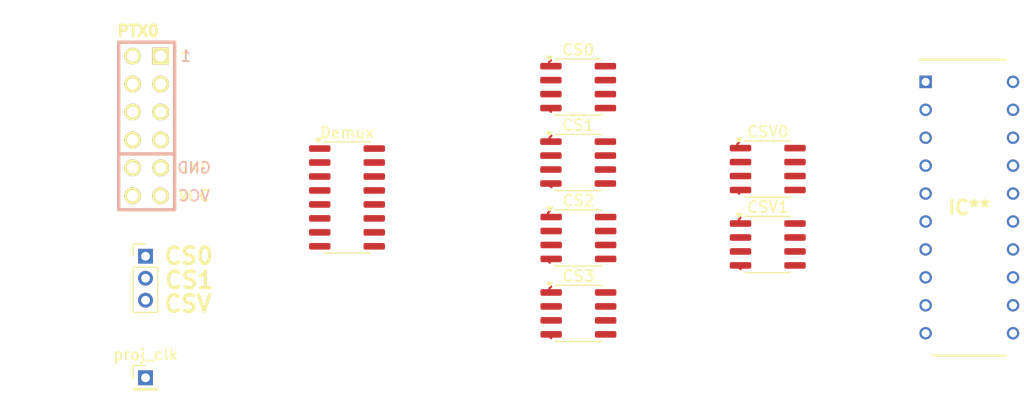
<source format=kicad_pcb>
(kicad_pcb (version 20241229) (generator "pcbnew") (generator_version "9.0")
  (layers (0 "F.Cu" signal) (4 "In1.Cu" power) (6 "In2.Cu" power) (2 "B.Cu" signal) (13 "F.Paste" user) (15 "B.Paste" user) (5 "F.SilkS" user "F.Silkscreen") (7 "B.SilkS" user "B.Silkscreen") (1 "F.Mask" user) (3 "B.Mask" user) (25 "Edge.Cuts" user))
  (net 0 "")
  (footprint "Package_SO:SOIC-8_3.9x4.9mm_P1.27mm" (layer "F.Cu") (at 54.22 30.188636)
    (property "Reference" "CS2" (at 0 -3.4 0) (layer "F.SilkS"))
    (property "Value" "SOIC-8_3.9x4.9mm_P1.27mm" (hide yes))
    (fp_line (start -2.06 -2.56) (end 2.06 -2.56) (stroke (width 0.12)) (layer "F.SilkS"))
    (fp_line (start -2.06 -2.465) (end -2.06 -2.56) (stroke (width 0.12)) (layer "F.SilkS"))
    (fp_line (start -2.06 2.56) (end -2.06 2.465) (stroke (width 0.12)) (layer "F.SilkS"))
    (fp_line (start 2.06 -2.56) (end 2.06 -2.465) (stroke (width 0.12)) (layer "F.SilkS"))
    (fp_line (start 2.06 2.465) (end 2.06 2.56) (stroke (width 0.12)) (layer "F.SilkS"))
    (fp_line (start 2.06 2.56) (end -2.06 2.56) (stroke (width 0.12)) (layer "F.SilkS"))
    (fp_poly (pts (xy -2.6 -2.47) (xy -2.84 -2.8) (xy -2.36 -2.8)) (stroke (width 0.12)) (fill yes) (layer "F.SilkS"))
    (pad "1" smd roundrect (at -2.475 -1.905) (size 1.95 0.6) (layers "F.Cu" "F.Mask" "F.Paste"))
    (pad "2" smd roundrect (at -2.475 -0.635) (size 1.95 0.6) (layers "F.Cu" "F.Mask" "F.Paste"))
    (pad "3" smd roundrect (at -2.475 0.635) (size 1.95 0.6) (layers "F.Cu" "F.Mask" "F.Paste"))
    (pad "4" smd roundrect (at -2.475 1.905) (size 1.95 0.6) (layers "F.Cu" "F.Mask" "F.Paste"))
    (pad "5" smd roundrect (at 2.475 1.905) (size 1.95 0.6) (layers "F.Cu" "F.Mask" "F.Paste"))
    (pad "6" smd roundrect (at 2.475 0.635) (size 1.95 0.6) (layers "F.Cu" "F.Mask" "F.Paste"))
    (pad "7" smd roundrect (at 2.475 -0.635) (size 1.95 0.6) (layers "F.Cu" "F.Mask" "F.Paste"))
    (pad "8" smd roundrect (at 2.475 -1.905) (size 1.95 0.6) (layers "F.Cu" "F.Mask" "F.Paste"))
  )
  (footprint "Package_SO:SOIC-8_3.9x4.9mm_P1.27mm" (layer "F.Cu") (at 54.195 23.328864)
    (property "Reference" "CS1" (at 0 -3.4 0) (layer "F.SilkS"))
    (property "Value" "SOIC-8_3.9x4.9mm_P1.27mm" (hide yes))
    (fp_line (start -2.06 -2.56) (end 2.06 -2.56) (stroke (width 0.12)) (layer "F.SilkS"))
    (fp_line (start -2.06 -2.465) (end -2.06 -2.56) (stroke (width 0.12)) (layer "F.SilkS"))
    (fp_line (start -2.06 2.56) (end -2.06 2.465) (stroke (width 0.12)) (layer "F.SilkS"))
    (fp_line (start 2.06 -2.56) (end 2.06 -2.465) (stroke (width 0.12)) (layer "F.SilkS"))
    (fp_line (start 2.06 2.465) (end 2.06 2.56) (stroke (width 0.12)) (layer "F.SilkS"))
    (fp_line (start 2.06 2.56) (end -2.06 2.56) (stroke (width 0.12)) (layer "F.SilkS"))
    (fp_poly (pts (xy -2.6 -2.47) (xy -2.84 -2.8) (xy -2.36 -2.8)) (stroke (width 0.12)) (fill yes) (layer "F.SilkS"))
    (pad "1" smd roundrect (at -2.475 -1.905) (size 1.95 0.6) (layers "F.Cu" "F.Mask" "F.Paste"))
    (pad "2" smd roundrect (at -2.475 -0.635) (size 1.95 0.6) (layers "F.Cu" "F.Mask" "F.Paste"))
    (pad "3" smd roundrect (at -2.475 0.635) (size 1.95 0.6) (layers "F.Cu" "F.Mask" "F.Paste"))
    (pad "4" smd roundrect (at -2.475 1.905) (size 1.95 0.6) (layers "F.Cu" "F.Mask" "F.Paste"))
    (pad "5" smd roundrect (at 2.475 1.905) (size 1.95 0.6) (layers "F.Cu" "F.Mask" "F.Paste"))
    (pad "6" smd roundrect (at 2.475 0.635) (size 1.95 0.6) (layers "F.Cu" "F.Mask" "F.Paste"))
    (pad "7" smd roundrect (at 2.475 -0.635) (size 1.95 0.6) (layers "F.Cu" "F.Mask" "F.Paste"))
    (pad "8" smd roundrect (at 2.475 -1.905) (size 1.95 0.6) (layers "F.Cu" "F.Mask" "F.Paste"))
  )
  (footprint "pmod-conn_6x2:pmod_pin_array_6x2" (layer "F.Cu") (at 15 20)
    (property "Reference" "PTX0" (at -0.762 -8.636 0) (layer "F.SilkS") (effects (font (size 1.016 1.016) (thickness 0.254))))
    (property "Value" "PMOD-CONN_6X2" (hide yes))
    (fp_line (start -2.54 -7.62) (end -2.54 7.62) (stroke (width 0.3048)) (layer "F.SilkS"))
    (fp_line (start -2.54 7.62) (end 2.54 7.62) (stroke (width 0.3048)) (layer "F.SilkS"))
    (fp_line (start 2.54 -7.62) (end -2.54 -7.62) (stroke (width 0.3048)) (layer "F.SilkS"))
    (fp_line (start 2.54 2.54) (end -2.54 2.54) (stroke (width 0.3048)) (layer "F.SilkS"))
    (fp_line (start 2.54 7.62) (end 2.54 -7.62) (stroke (width 0.3048)) (layer "F.SilkS"))
    (fp_line (start -2.54 -7.62) (end -2.54 7.62) (stroke (width 0.3048)) (layer "B.SilkS"))
    (fp_line (start -2.54 7.62) (end 2.54 7.62) (stroke (width 0.3048)) (layer "B.SilkS"))
    (fp_line (start 2.54 -7.62) (end -2.54 -7.62) (stroke (width 0.3048)) (layer "B.SilkS"))
    (fp_line (start 2.54 2.54) (end -2.54 2.54) (stroke (width 0.3048)) (layer "B.SilkS"))
    (fp_line (start 2.54 7.62) (end 2.54 -7.62) (stroke (width 0.3048)) (layer "B.SilkS"))
    (fp_text user "VCC" (at 4.318 6.35 0) (layer "F.SilkS"))
    (fp_text user "1" (at 3.556 -6.35 0) (layer "F.SilkS"))
    (fp_text user "GND" (at 4.318 3.81 0) (layer "F.SilkS"))
    (fp_text user "GND" (at 4.318 3.81 0) (layer "B.SilkS") (effects (justify mirror)))
    (fp_text user "1" (at 3.556 -6.35 0) (layer "B.SilkS") (effects (justify mirror)))
    (fp_text user "VCC" (at 4.318 6.35 0) (layer "B.SilkS") (effects (justify mirror)))
    (pad "1" thru_hole rect (at 1.27 -6.35) (size 1.524 1.524) (drill 1.016) (layers "*.Cu" "*.Mask" "F.SilkS"))
    (pad "2" thru_hole circle (at 1.27 -3.81 270) (size 1.524 1.524) (drill 1.016) (layers "*.Cu" "*.Mask" "F.SilkS"))
    (pad "3" thru_hole circle (at 1.27 -1.27 270) (size 1.524 1.524) (drill 1.016) (layers "*.Cu" "*.Mask" "F.SilkS"))
    (pad "4" thru_hole circle (at 1.27 1.27 270) (size 1.524 1.524) (drill 1.016) (layers "*.Cu" "*.Mask" "F.SilkS"))
    (pad "5" thru_hole circle (at 1.27 3.81 270) (size 1.524 1.524) (drill 1.016) (layers "*.Cu" "*.Mask" "F.SilkS"))
    (pad "6" thru_hole circle (at 1.27 6.35 270) (size 1.524 1.524) (drill 1.016) (layers "*.Cu" "*.Mask" "F.SilkS"))
    (pad "7" thru_hole circle (at -1.27 -6.35 270) (size 1.524 1.524) (drill 1.016) (layers "*.Cu" "*.Mask" "F.SilkS"))
    (pad "8" thru_hole circle (at -1.27 -3.81 270) (size 1.524 1.524) (drill 1.016) (layers "*.Cu" "*.Mask" "F.SilkS"))
    (pad "9" thru_hole circle (at -1.27 -1.27 270) (size 1.524 1.524) (drill 1.016) (layers "*.Cu" "*.Mask" "F.SilkS"))
    (pad "10" thru_hole circle (at -1.27 1.27 270) (size 1.524 1.524) (drill 1.016) (layers "*.Cu" "*.Mask" "F.SilkS"))
    (pad "11" thru_hole circle (at -1.27 3.81 270) (size 1.524 1.524) (drill 1.016) (layers "*.Cu" "*.Mask" "F.SilkS"))
    (pad "12" thru_hole circle (at -1.27 6.35 270) (size 1.524 1.524) (drill 1.016) (layers "*.Cu" "*.Mask" "F.SilkS"))
  )
  (footprint "Package_SO:SOIC-8_3.9x4.9mm_P1.27mm" (layer "F.Cu") (at 71.42 30.778864)
    (property "Reference" "CSV1" (at 0 -3.4 0) (layer "F.SilkS"))
    (property "Value" "SOIC-8_3.9x4.9mm_P1.27mm" (hide yes))
    (fp_line (start -2.06 -2.56) (end 2.06 -2.56) (stroke (width 0.12)) (layer "F.SilkS"))
    (fp_line (start -2.06 -2.465) (end -2.06 -2.56) (stroke (width 0.12)) (layer "F.SilkS"))
    (fp_line (start -2.06 2.56) (end -2.06 2.465) (stroke (width 0.12)) (layer "F.SilkS"))
    (fp_line (start 2.06 -2.56) (end 2.06 -2.465) (stroke (width 0.12)) (layer "F.SilkS"))
    (fp_line (start 2.06 2.465) (end 2.06 2.56) (stroke (width 0.12)) (layer "F.SilkS"))
    (fp_line (start 2.06 2.56) (end -2.06 2.56) (stroke (width 0.12)) (layer "F.SilkS"))
    (fp_poly (pts (xy -2.6 -2.47) (xy -2.84 -2.8) (xy -2.36 -2.8)) (stroke (width 0.12)) (fill yes) (layer "F.SilkS"))
    (pad "1" smd roundrect (at -2.475 -1.905) (size 1.95 0.6) (layers "F.Cu" "F.Mask" "F.Paste"))
    (pad "2" smd roundrect (at -2.475 -0.635) (size 1.95 0.6) (layers "F.Cu" "F.Mask" "F.Paste"))
    (pad "3" smd roundrect (at -2.475 0.635) (size 1.95 0.6) (layers "F.Cu" "F.Mask" "F.Paste"))
    (pad "4" smd roundrect (at -2.475 1.905) (size 1.95 0.6) (layers "F.Cu" "F.Mask" "F.Paste"))
    (pad "5" smd roundrect (at 2.475 1.905) (size 1.95 0.6) (layers "F.Cu" "F.Mask" "F.Paste"))
    (pad "6" smd roundrect (at 2.475 0.635) (size 1.95 0.6) (layers "F.Cu" "F.Mask" "F.Paste"))
    (pad "7" smd roundrect (at 2.475 -0.635) (size 1.95 0.6) (layers "F.Cu" "F.Mask" "F.Paste"))
    (pad "8" smd roundrect (at 2.475 -1.905) (size 1.95 0.6) (layers "F.Cu" "F.Mask" "F.Paste"))
  )
  (footprint "ff-dtype-TI-SN74HC273NE4:DIP794W53P254L2540H508Q20N" (layer "F.Cu") (at 89.73 27.42)
    (property "Reference" "IC**" (at 0 0 0) (layer "F.SilkS") (effects (font (size 1.27 1.27) (thickness 0.254))))
    (property "Value" "DIP794W53P254L2540H508Q20N" (hide yes))
    (fp_line (start -4.535 -13.46) (end 3.3 -13.46) (stroke (width 0.2)) (layer "F.SilkS"))
    (fp_line (start -3.3 13.46) (end 3.3 13.46) (stroke (width 0.2)) (layer "F.SilkS"))
    (pad "1" thru_hole rect (at -3.97 -11.43) (size 1.13 1.13) (drill 0.73) (layers "*.Cu" "*.Mask"))
    (pad "2" thru_hole circle (at -3.97 -8.89) (size 1.13 1.13) (drill 0.73) (layers "*.Cu" "*.Mask"))
    (pad "3" thru_hole circle (at -3.97 -6.35) (size 1.13 1.13) (drill 0.73) (layers "*.Cu" "*.Mask"))
    (pad "4" thru_hole circle (at -3.97 -3.81) (size 1.13 1.13) (drill 0.73) (layers "*.Cu" "*.Mask"))
    (pad "5" thru_hole circle (at -3.97 -1.27) (size 1.13 1.13) (drill 0.73) (layers "*.Cu" "*.Mask"))
    (pad "6" thru_hole circle (at -3.97 1.27) (size 1.13 1.13) (drill 0.73) (layers "*.Cu" "*.Mask"))
    (pad "7" thru_hole circle (at -3.97 3.81) (size 1.13 1.13) (drill 0.73) (layers "*.Cu" "*.Mask"))
    (pad "8" thru_hole circle (at -3.97 6.35) (size 1.13 1.13) (drill 0.73) (layers "*.Cu" "*.Mask"))
    (pad "9" thru_hole circle (at -3.97 8.89) (size 1.13 1.13) (drill 0.73) (layers "*.Cu" "*.Mask"))
    (pad "10" thru_hole circle (at -3.97 11.43) (size 1.13 1.13) (drill 0.73) (layers "*.Cu" "*.Mask"))
    (pad "11" thru_hole circle (at 3.97 11.43) (size 1.13 1.13) (drill 0.73) (layers "*.Cu" "*.Mask"))
    (pad "12" thru_hole circle (at 3.97 8.89) (size 1.13 1.13) (drill 0.73) (layers "*.Cu" "*.Mask"))
    (pad "13" thru_hole circle (at 3.97 6.35) (size 1.13 1.13) (drill 0.73) (layers "*.Cu" "*.Mask"))
    (pad "14" thru_hole circle (at 3.97 3.81) (size 1.13 1.13) (drill 0.73) (layers "*.Cu" "*.Mask"))
    (pad "15" thru_hole circle (at 3.97 1.27) (size 1.13 1.13) (drill 0.73) (layers "*.Cu" "*.Mask"))
    (pad "16" thru_hole circle (at 3.97 -1.27) (size 1.13 1.13) (drill 0.73) (layers "*.Cu" "*.Mask"))
    (pad "17" thru_hole circle (at 3.97 -3.81) (size 1.13 1.13) (drill 0.73) (layers "*.Cu" "*.Mask"))
    (pad "18" thru_hole circle (at 3.97 -6.35) (size 1.13 1.13) (drill 0.73) (layers "*.Cu" "*.Mask"))
    (pad "19" thru_hole circle (at 3.97 -8.89) (size 1.13 1.13) (drill 0.73) (layers "*.Cu" "*.Mask"))
    (pad "20" thru_hole circle (at 3.97 -11.43) (size 1.13 1.13) (drill 0.73) (layers "*.Cu" "*.Mask"))
  )
  (footprint "footprints:SOIC-16_3.9x9.9mm_P1.27mm" (layer "F.Cu") (at 33.2 26.5)
    (property "Reference" "Demux" (at 0 -5.9 0) (layer "F.SilkS"))
    (property "Value" "SOIC-16_3.9x9.9mm_P1.27mm" (hide yes))
    (fp_line (start -2.06 -5.06) (end 2.06 -5.06) (stroke (width 0.12)) (layer "F.SilkS"))
    (fp_line (start -2.06 -5.005) (end -2.06 -5.06) (stroke (width 0.12)) (layer "F.SilkS"))
    (fp_line (start -2.06 5.06) (end -2.06 5.005) (stroke (width 0.12)) (layer "F.SilkS"))
    (fp_line (start 2.06 -5.06) (end 2.06 -5.005) (stroke (width 0.12)) (layer "F.SilkS"))
    (fp_line (start 2.06 5.005) (end 2.06 5.06) (stroke (width 0.12)) (layer "F.SilkS"))
    (fp_line (start 2.06 5.06) (end -2.06 5.06) (stroke (width 0.12)) (layer "F.SilkS"))
    (fp_poly (pts (xy -2.6 -5.01) (xy -2.84 -5.34) (xy -2.36 -5.34)) (stroke (width 0.12)) (fill yes) (layer "F.SilkS"))
    (pad "1" smd roundrect (at -2.475 -4.445) (size 1.95 0.6) (layers "F.Cu" "F.Mask" "F.Paste"))
    (pad "2" smd roundrect (at -2.475 -3.175) (size 1.95 0.6) (layers "F.Cu" "F.Mask" "F.Paste"))
    (pad "3" smd roundrect (at -2.475 -1.905) (size 1.95 0.6) (layers "F.Cu" "F.Mask" "F.Paste"))
    (pad "4" smd roundrect (at -2.475 -0.635) (size 1.95 0.6) (layers "F.Cu" "F.Mask" "F.Paste"))
    (pad "5" smd roundrect (at -2.475 0.635) (size 1.95 0.6) (layers "F.Cu" "F.Mask" "F.Paste"))
    (pad "6" smd roundrect (at -2.475 1.905) (size 1.95 0.6) (layers "F.Cu" "F.Mask" "F.Paste"))
    (pad "7" smd roundrect (at -2.475 3.175) (size 1.95 0.6) (layers "F.Cu" "F.Mask" "F.Paste"))
    (pad "8" smd roundrect (at -2.475 4.445) (size 1.95 0.6) (layers "F.Cu" "F.Mask" "F.Paste"))
    (pad "9" smd roundrect (at 2.475 4.445) (size 1.95 0.6) (layers "F.Cu" "F.Mask" "F.Paste"))
    (pad "10" smd roundrect (at 2.475 3.175) (size 1.95 0.6) (layers "F.Cu" "F.Mask" "F.Paste"))
    (pad "11" smd roundrect (at 2.475 1.905) (size 1.95 0.6) (layers "F.Cu" "F.Mask" "F.Paste"))
    (pad "12" smd roundrect (at 2.475 0.635) (size 1.95 0.6) (layers "F.Cu" "F.Mask" "F.Paste"))
    (pad "13" smd roundrect (at 2.475 -0.635) (size 1.95 0.6) (layers "F.Cu" "F.Mask" "F.Paste"))
    (pad "14" smd roundrect (at 2.475 -1.905) (size 1.95 0.6) (layers "F.Cu" "F.Mask" "F.Paste"))
    (pad "15" smd roundrect (at 2.475 -3.175) (size 1.95 0.6) (layers "F.Cu" "F.Mask" "F.Paste"))
    (pad "16" smd roundrect (at 2.475 -4.445) (size 1.95 0.6) (layers "F.Cu" "F.Mask" "F.Paste"))
  )
  (footprint "Connector_PinHeader_2.00mm:PinHeader_1x03_P2.00mm_Vertical" (layer "F.Cu") (at 14.9 31.85)
    (property "Reference" "chip_sel" (hide yes))
    (property "Value" "PinHeader_1x03_P2.00mm_Vertical")
    (fp_line (start -1.11 -1.11) (end 0 -1.11) (stroke (width 0.12)) (layer "F.SilkS"))
    (fp_line (start -1.11 0) (end -1.11 -1.11) (stroke (width 0.12)) (layer "F.SilkS"))
    (fp_line (start -1.11 1) (end -1.11 5.11) (stroke (width 0.12)) (layer "F.SilkS"))
    (fp_line (start -1.11 1) (end 1.11 1) (stroke (width 0.12)) (layer "F.SilkS"))
    (fp_line (start -1.11 5.11) (end 1.11 5.11) (stroke (width 0.12)) (layer "F.SilkS"))
    (fp_line (start 1.11 1) (end 1.11 5.11) (stroke (width 0.12)) (layer "F.SilkS"))
    (pad "1" thru_hole rect (at 0 0) (size 1.35 1.35) (drill 0.8) (layers "*.Cu" "*.Mask"))
    (pad "2" thru_hole circle (at 0 2) (size 1.35 1.35) (drill 0.8) (layers "*.Cu" "*.Mask"))
    (pad "3" thru_hole circle (at 0 4) (size 1.35 1.35) (drill 0.8) (layers "*.Cu" "*.Mask"))
  )
  (footprint "Package_SO:SOIC-8_3.9x4.9mm_P1.27mm" (layer "F.Cu") (at 54.195 16.469091)
    (property "Reference" "CS0" (at 0 -3.4 0) (layer "F.SilkS"))
    (property "Value" "SOIC-8_3.9x4.9mm_P1.27mm" (hide yes))
    (fp_line (start -2.06 -2.56) (end 2.06 -2.56) (stroke (width 0.12)) (layer "F.SilkS"))
    (fp_line (start -2.06 -2.465) (end -2.06 -2.56) (stroke (width 0.12)) (layer "F.SilkS"))
    (fp_line (start -2.06 2.56) (end -2.06 2.465) (stroke (width 0.12)) (layer "F.SilkS"))
    (fp_line (start 2.06 -2.56) (end 2.06 -2.465) (stroke (width 0.12)) (layer "F.SilkS"))
    (fp_line (start 2.06 2.465) (end 2.06 2.56) (stroke (width 0.12)) (layer "F.SilkS"))
    (fp_line (start 2.06 2.56) (end -2.06 2.56) (stroke (width 0.12)) (layer "F.SilkS"))
    (fp_poly (pts (xy -2.6 -2.47) (xy -2.84 -2.8) (xy -2.36 -2.8)) (stroke (width 0.12)) (fill yes) (layer "F.SilkS"))
    (pad "1" smd roundrect (at -2.475 -1.905) (size 1.95 0.6) (layers "F.Cu" "F.Mask" "F.Paste"))
    (pad "2" smd roundrect (at -2.475 -0.635) (size 1.95 0.6) (layers "F.Cu" "F.Mask" "F.Paste"))
    (pad "3" smd roundrect (at -2.475 0.635) (size 1.95 0.6) (layers "F.Cu" "F.Mask" "F.Paste"))
    (pad "4" smd roundrect (at -2.475 1.905) (size 1.95 0.6) (layers "F.Cu" "F.Mask" "F.Paste"))
    (pad "5" smd roundrect (at 2.475 1.905) (size 1.95 0.6) (layers "F.Cu" "F.Mask" "F.Paste"))
    (pad "6" smd roundrect (at 2.475 0.635) (size 1.95 0.6) (layers "F.Cu" "F.Mask" "F.Paste"))
    (pad "7" smd roundrect (at 2.475 -0.635) (size 1.95 0.6) (layers "F.Cu" "F.Mask" "F.Paste"))
    (pad "8" smd roundrect (at 2.475 -1.905) (size 1.95 0.6) (layers "F.Cu" "F.Mask" "F.Paste"))
  )
  (footprint "Package_SO:SOIC-8_3.9x4.9mm_P1.27mm" (layer "F.Cu") (at 71.42 23.919091)
    (property "Reference" "CSV0" (at 0 -3.4 0) (layer "F.SilkS"))
    (property "Value" "SOIC-8_3.9x4.9mm_P1.27mm" (hide yes))
    (fp_line (start -2.06 -2.56) (end 2.06 -2.56) (stroke (width 0.12)) (layer "F.SilkS"))
    (fp_line (start -2.06 -2.465) (end -2.06 -2.56) (stroke (width 0.12)) (layer "F.SilkS"))
    (fp_line (start -2.06 2.56) (end -2.06 2.465) (stroke (width 0.12)) (layer "F.SilkS"))
    (fp_line (start 2.06 -2.56) (end 2.06 -2.465) (stroke (width 0.12)) (layer "F.SilkS"))
    (fp_line (start 2.06 2.465) (end 2.06 2.56) (stroke (width 0.12)) (layer "F.SilkS"))
    (fp_line (start 2.06 2.56) (end -2.06 2.56) (stroke (width 0.12)) (layer "F.SilkS"))
    (fp_poly (pts (xy -2.6 -2.47) (xy -2.84 -2.8) (xy -2.36 -2.8)) (stroke (width 0.12)) (fill yes) (layer "F.SilkS"))
    (pad "1" smd roundrect (at -2.475 -1.905) (size 1.95 0.6) (layers "F.Cu" "F.Mask" "F.Paste"))
    (pad "2" smd roundrect (at -2.475 -0.635) (size 1.95 0.6) (layers "F.Cu" "F.Mask" "F.Paste"))
    (pad "3" smd roundrect (at -2.475 0.635) (size 1.95 0.6) (layers "F.Cu" "F.Mask" "F.Paste"))
    (pad "4" smd roundrect (at -2.475 1.905) (size 1.95 0.6) (layers "F.Cu" "F.Mask" "F.Paste"))
    (pad "5" smd roundrect (at 2.475 1.905) (size 1.95 0.6) (layers "F.Cu" "F.Mask" "F.Paste"))
    (pad "6" smd roundrect (at 2.475 0.635) (size 1.95 0.6) (layers "F.Cu" "F.Mask" "F.Paste"))
    (pad "7" smd roundrect (at 2.475 -0.635) (size 1.95 0.6) (layers "F.Cu" "F.Mask" "F.Paste"))
    (pad "8" smd roundrect (at 2.475 -1.905) (size 1.95 0.6) (layers "F.Cu" "F.Mask" "F.Paste"))
  )
  (footprint "Connector_PinHeader_2.00mm:PinHeader_1x01_P2.00mm_Vertical" (layer "F.Cu") (at 14.9 42.9)
    (property "Reference" "proj_clk" (at 0 -2.11 0) (layer "F.SilkS"))
    (property "Value" "PinHeader_1x01_P2.00mm_Vertical")
    (fp_line (start -1.11 -1.11) (end 0 -1.11) (stroke (width 0.12)) (layer "F.SilkS"))
    (fp_line (start -1.11 0) (end -1.11 -1.11) (stroke (width 0.12)) (layer "F.SilkS"))
    (fp_line (start -1.11 1) (end -1.11 1.11) (stroke (width 0.12)) (layer "F.SilkS"))
    (fp_line (start -1.11 1) (end 1.11 1) (stroke (width 0.12)) (layer "F.SilkS"))
    (fp_line (start -1.11 1.11) (end 1.11 1.11) (stroke (width 0.12)) (layer "F.SilkS"))
    (fp_line (start 1.11 1) (end 1.11 1.11) (stroke (width 0.12)) (layer "F.SilkS"))
    (pad "1" thru_hole rect (at 0 0) (size 1.35 1.35) (drill 0.8) (layers "*.Cu" "*.Mask"))
  )
  (footprint "Package_SO:SOIC-8_3.9x4.9mm_P1.27mm" (layer "F.Cu") (at 54.22 37.048409)
    (property "Reference" "CS3" (at 0 -3.4 0) (layer "F.SilkS"))
    (property "Value" "SOIC-8_3.9x4.9mm_P1.27mm" (hide yes))
    (fp_line (start -2.06 -2.56) (end 2.06 -2.56) (stroke (width 0.12)) (layer "F.SilkS"))
    (fp_line (start -2.06 -2.465) (end -2.06 -2.56) (stroke (width 0.12)) (layer "F.SilkS"))
    (fp_line (start -2.06 2.56) (end -2.06 2.465) (stroke (width 0.12)) (layer "F.SilkS"))
    (fp_line (start 2.06 -2.56) (end 2.06 -2.465) (stroke (width 0.12)) (layer "F.SilkS"))
    (fp_line (start 2.06 2.465) (end 2.06 2.56) (stroke (width 0.12)) (layer "F.SilkS"))
    (fp_line (start 2.06 2.56) (end -2.06 2.56) (stroke (width 0.12)) (layer "F.SilkS"))
    (fp_poly (pts (xy -2.6 -2.47) (xy -2.84 -2.8) (xy -2.36 -2.8)) (stroke (width 0.12)) (fill yes) (layer "F.SilkS"))
    (pad "1" smd roundrect (at -2.475 -1.905) (size 1.95 0.6) (layers "F.Cu" "F.Mask" "F.Paste"))
    (pad "2" smd roundrect (at -2.475 -0.635) (size 1.95 0.6) (layers "F.Cu" "F.Mask" "F.Paste"))
    (pad "3" smd roundrect (at -2.475 0.635) (size 1.95 0.6) (layers "F.Cu" "F.Mask" "F.Paste"))
    (pad "4" smd roundrect (at -2.475 1.905) (size 1.95 0.6) (layers "F.Cu" "F.Mask" "F.Paste"))
    (pad "5" smd roundrect (at 2.475 1.905) (size 1.95 0.6) (layers "F.Cu" "F.Mask" "F.Paste"))
    (pad "6" smd roundrect (at 2.475 0.635) (size 1.95 0.6) (layers "F.Cu" "F.Mask" "F.Paste"))
    (pad "7" smd roundrect (at 2.475 -0.635) (size 1.95 0.6) (layers "F.Cu" "F.Mask" "F.Paste"))
    (pad "8" smd roundrect (at 2.475 -1.905) (size 1.95 0.6) (layers "F.Cu" "F.Mask" "F.Paste"))
  )
  (gr_text "CS0" (at 16.45 32.7 0) (layer "F.SilkS") (effects (font (size 1.5 1.5) (thickness 0.3) (bold yes)) (justify left bottom)))
  (gr_text "CS1" (at 16.5 34.9 0) (layer "F.SilkS") (effects (font (size 1.5 1.5) (thickness 0.3) (bold yes)) (justify left bottom)))
  (gr_text "CSV\n" (at 16.45 37.05 0) (layer "F.SilkS") (effects (font (size 1.5 1.5) (thickness 0.3) (bold yes)) (justify left bottom)))
  (segment (start 15.25 32.2) (end 14.9 31.85) (width 0.2) (layer "F.Cu") (net 0))
  (segment (start 68.755 26.105682) (end 68.82 26.170682) (width 0.2) (layer "F.Cu") (net 0))
  (segment (start 35.77 22.15) (end 35.675 22.055) (width 0.2) (layer "F.Cu") (net 0))
  (segment (start 51.655 18.655682) (end 51.72 18.720682) (width 0.2) (layer "F.Cu") (net 0))
  (segment (start 51.705 25.515455) (end 51.77 25.580455) (width 0.2) (layer "F.Cu") (net 0))
  (segment (start 51.6 21.059773) (end 51.77 20.889773) (width 0.2) (layer "F.Cu") (net 0))
  (segment (start 51.55 14.2) (end 51.72 14.03) (width 0.2) (layer "F.Cu") (net 0))
  (segment (start 68.775 28.509773) (end 68.945 28.339773) (width 0.2) (layer "F.Cu") (net 0))
  (segment (start 51.68 39.235) (end 51.745 39.3) (width 0.2) (layer "F.Cu") (net 0))
  (segment (start 51.555 32.375227) (end 51.62 32.440227) (width 0.2) (layer "F.Cu") (net 0))
  (segment (start 51.45 27.919545) (end 51.62 27.749545) (width 0.2) (layer "F.Cu") (net 0))
  (segment (start 68.65 21.65) (end 68.82 21.48) (width 0.2) (layer "F.Cu") (net 0))
  (segment (start 68.88 32.965455) (end 68.945 33.030455) (width 0.2) (layer "F.Cu") (net 0))
  (segment (start 51.575 34.779318) (end 51.745 34.609318) (width 0.2) (layer "F.Cu") (net 0))
)
</source>
